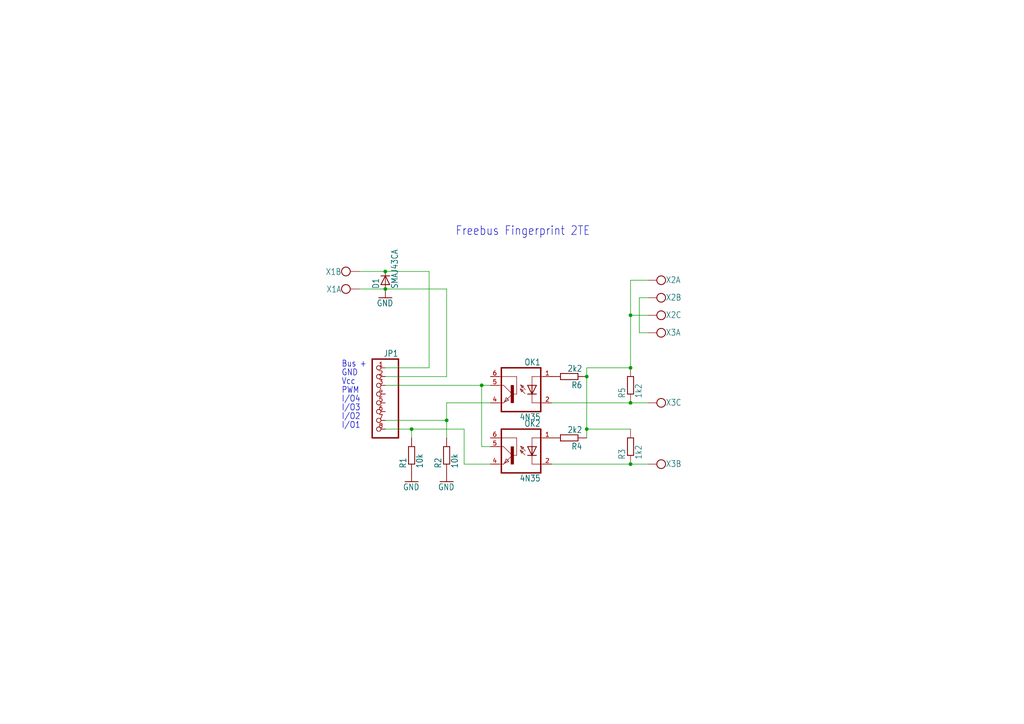
<source format=kicad_sch>
(kicad_sch (version 20230121) (generator eeschema)
  (paper "A4")
  (lib_symbols
    (symbol "fingerprint_2te-eagle-import:4N35"
      (property "Reference" "OK" (at -6.985 5.715 0))
      (symbol "4N35_1_0"
        (polyline (pts (xy -7.62 2.54) (xy -4.445 2.54)) (stroke (width 0.1524)))
        (polyline (pts (xy -6.985 -7.62) (xy 4.445 -7.62)) (stroke (width 0.4064)))
        (polyline (pts (xy -6.985 5.08) (xy -6.985 -7.62)) (stroke (width 0.4064)))
        (polyline (pts (xy -6.985 5.08) (xy 4.445 5.08)) (stroke (width 0.4064)))
        (polyline (pts (xy -4.445 -5.08) (xy -7.62 -5.08)) (stroke (width 0.1524)))
        (polyline (pts (xy -4.445 -2.54) (xy -5.715 -2.54)) (stroke (width 0.254)))
        (polyline (pts (xy -4.445 -2.54) (xy -5.715 0)) (stroke (width 0.254)))
        (polyline (pts (xy -4.445 -2.54) (xy -4.445 -5.08)) (stroke (width 0.1524)))
        (polyline (pts (xy -4.445 0) (xy -5.715 0)) (stroke (width 0.254)))
        (polyline (pts (xy -4.445 0) (xy -4.445 -2.54)) (stroke (width 0.254)))
        (polyline (pts (xy -4.445 2.54) (xy -4.445 0)) (stroke (width 0.1524)))
        (polyline (pts (xy -3.175 -2.54) (xy -4.445 -2.54)) (stroke (width 0.254)))
        (polyline (pts (xy -3.175 0) (xy -4.445 -2.54)) (stroke (width 0.254)))
        (polyline (pts (xy -3.175 0) (xy -4.445 0)) (stroke (width 0.254)))
        (polyline (pts (xy -2.54 -1.27) (xy -1.143 0.127)) (stroke (width 0.1524)))
        (polyline (pts (xy -2.413 -2.413) (xy -1.016 -1.016)) (stroke (width 0.1524)))
        (polyline (pts (xy -2.032 -0.254) (xy -1.524 -0.762)) (stroke (width 0.1524)))
        (polyline (pts (xy -1.905 -1.397) (xy -1.397 -1.905)) (stroke (width 0.1524)))
        (polyline (pts (xy -1.524 -0.762) (xy -1.143 0.127)) (stroke (width 0.1524)))
        (polyline (pts (xy -1.397 -1.905) (xy -1.016 -1.016)) (stroke (width 0.1524)))
        (polyline (pts (xy -1.143 0.127) (xy -2.032 -0.254)) (stroke (width 0.1524)))
        (polyline (pts (xy -1.016 -1.016) (xy -1.905 -1.397)) (stroke (width 0.1524)))
        (polyline (pts (xy 0 -2.54) (xy 0 2.54)) (stroke (width 0.1524)))
        (polyline (pts (xy 0 -2.54) (xy 1.016 -2.54)) (stroke (width 0.1524)))
        (polyline (pts (xy 0 2.54) (xy 5.08 2.54)) (stroke (width 0.1524)))
        (polyline (pts (xy 1.27 -2.54) (xy 3.556 -4.826)) (stroke (width 0.1524)))
        (polyline (pts (xy 2.286 -4.318) (xy 3.048 -3.556)) (stroke (width 0.1524)))
        (polyline (pts (xy 3.048 -3.556) (xy 3.556 -4.826)) (stroke (width 0.1524)))
        (polyline (pts (xy 3.556 -4.826) (xy 2.286 -4.318)) (stroke (width 0.1524)))
        (polyline (pts (xy 3.556 -4.826) (xy 3.81 -5.08)) (stroke (width 0.1524)))
        (polyline (pts (xy 3.81 -5.08) (xy 5.08 -5.08)) (stroke (width 0.1524)))
        (polyline (pts (xy 3.81 0) (xy 1.27 -2.54)) (stroke (width 0.1524)))
        (polyline (pts (xy 3.81 0) (xy 5.08 0)) (stroke (width 0.1524)))
        (polyline (pts (xy 4.445 5.08) (xy 4.445 -7.62)) (stroke (width 0.4064)))
        (rectangle (start 0.889 -5.08) (end 1.651 0) (fill (type outline)))
        (pin passive line (at -10.16 2.54 0) (length 2.54) (name "A") (number "1"))
        (pin passive line (at -10.16 -5.08 0) (length 2.54) (name "C") (number "2"))
        (pin passive line (at 7.62 -5.08 180) (length 2.54) (name "EMI") (number "4"))
        (pin passive line (at 7.62 0 180) (length 2.54) (name "COL") (number "5"))
        (pin passive line (at 7.62 2.54 180) (length 2.54) (name "BAS") (number "6"))
      )
    )
    (symbol "fingerprint_2te-eagle-import:D-"
      (property "Reference" "D" (at -2.54 1.778 0))
      (symbol "D-_1_0"
        (polyline (pts (xy -1.27 -1.27) (xy 1.27 0)) (stroke (width 0.254)))
        (polyline (pts (xy -1.27 1.27) (xy -1.27 -1.27)) (stroke (width 0.254)))
        (polyline (pts (xy 1.27 0) (xy -1.27 1.27)) (stroke (width 0.254)))
        (polyline (pts (xy 1.27 0) (xy 1.27 -1.27)) (stroke (width 0.254)))
        (polyline (pts (xy 1.27 1.27) (xy 1.27 0)) (stroke (width 0.254)))
        (pin passive line (at 2.54 0 180) (length 2.54) (name "C") (number "1"))
        (pin passive line (at -2.54 0 0) (length 2.54) (name "A") (number "2"))
      )
    )
    (symbol "fingerprint_2te-eagle-import:GND" (power)
      (property "Value" "GND" (at -2.54 -2.54 0))
      (symbol "GND_1_0"
        (polyline (pts (xy -1.905 0) (xy 1.905 0)) (stroke (width 0.254)))
        (pin power_in line (at 0 2.54 270) (length 2.54) (name "GND") (number "1"))
      )
    )
    (symbol "fingerprint_2te-eagle-import:PINHD-1X8"
      (property "Reference" "JP" (at -6.35 13.335 0))
      (symbol "PINHD-1X8_1_0"
        (polyline (pts (xy -6.35 -10.16) (xy 1.27 -10.16)) (stroke (width 0.4064)))
        (polyline (pts (xy -6.35 12.7) (xy -6.35 -10.16)) (stroke (width 0.4064)))
        (polyline (pts (xy 1.27 -10.16) (xy 1.27 12.7)) (stroke (width 0.4064)))
        (polyline (pts (xy 1.27 12.7) (xy -6.35 12.7)) (stroke (width 0.4064)))
        (pin passive inverted (at -2.54 10.16 0) (length 2.54) (name "1") (number "1"))
        (pin passive inverted (at -2.54 7.62 0) (length 2.54) (name "2") (number "2"))
        (pin passive inverted (at -2.54 5.08 0) (length 2.54) (name "3") (number "3"))
        (pin passive inverted (at -2.54 2.54 0) (length 2.54) (name "4") (number "4"))
        (pin passive inverted (at -2.54 0 0) (length 2.54) (name "5") (number "5"))
        (pin passive inverted (at -2.54 -2.54 0) (length 2.54) (name "6") (number "6"))
        (pin passive inverted (at -2.54 -5.08 0) (length 2.54) (name "7") (number "7"))
        (pin passive inverted (at -2.54 -7.62 0) (length 2.54) (name "8") (number "8"))
      )
    )
    (symbol "fingerprint_2te-eagle-import:R-EU_0207/10"
      (property "Reference" "R" (at -3.81 1.4986 0))
      (symbol "R-EU_0207/10_1_0"
        (polyline (pts (xy -2.54 -0.889) (xy -2.54 0.889)) (stroke (width 0.254)))
        (polyline (pts (xy -2.54 -0.889) (xy 2.54 -0.889)) (stroke (width 0.254)))
        (polyline (pts (xy 2.54 -0.889) (xy 2.54 0.889)) (stroke (width 0.254)))
        (polyline (pts (xy 2.54 0.889) (xy -2.54 0.889)) (stroke (width 0.254)))
        (pin passive line (at -5.08 0 0) (length 2.54) (name "1") (number "1"))
        (pin passive line (at 5.08 0 180) (length 2.54) (name "2") (number "2"))
      )
    )
    (symbol "fingerprint_2te-eagle-import:W237-02P"
      (property "Reference" "X" (at 0 0.889 0))
      (symbol "W237-02P_1_0"
        (circle (center 1.27 0) (radius 1.27) (stroke (width 0.254)))
        (pin passive line (at 5.08 0 180) (length 2.54) (name "KL") (number "1"))
      )
      (symbol "W237-02P_2_0"
        (circle (center 1.27 0) (radius 1.27) (stroke (width 0.254)))
        (pin passive line (at 5.08 0 180) (length 2.54) (name "KL") (number "2"))
      )
    )
    (symbol "fingerprint_2te-eagle-import:W237-3E"
      (property "Reference" "X" (at 0 0.889 0))
      (symbol "W237-3E_1_0"
        (circle (center 1.27 0) (radius 1.27) (stroke (width 0.254)))
        (pin passive line (at 5.08 0 180) (length 2.54) (name "KL") (number "1"))
      )
      (symbol "W237-3E_2_0"
        (circle (center 1.27 0) (radius 1.27) (stroke (width 0.254)))
        (pin passive line (at 5.08 0 180) (length 2.54) (name "KL") (number "2"))
      )
      (symbol "W237-3E_3_0"
        (circle (center 1.27 0) (radius 1.27) (stroke (width 0.254)))
        (pin passive line (at 5.08 0 180) (length 2.54) (name "KL") (number "3"))
      )
    )
  )
  (junction (at 139.7 111.76))
  (junction (at 129.54 121.92))
  (junction (at 182.88 106.68))
  (junction (at 182.88 116.84))
  (junction (at 111.76 78.74))
  (junction (at 111.76 83.82))
  (junction (at 119.38 124.46))
  (junction (at 170.18 124.46))
  (junction (at 170.18 109.22))
  (junction (at 182.88 91.44))
  (junction (at 182.88 134.62))
  (wire (pts (xy 142.24 134.62) (xy 134.62 134.62)) (stroke (width 0.1524)))
  (wire (pts (xy 187.96 86.36) (xy 185.42 86.36)) (stroke (width 0.1524)))
  (wire (pts (xy 111.76 78.74) (xy 124.46 78.74)) (stroke (width 0.1524)))
  (wire (pts (xy 182.88 116.84) (xy 160.02 116.84)) (stroke (width 0.1524)))
  (wire (pts (xy 119.38 124.46) (xy 119.38 127)) (stroke (width 0.1524)))
  (wire (pts (xy 129.54 109.22) (xy 111.76 109.22)) (stroke (width 0.1524)))
  (wire (pts (xy 111.76 124.46) (xy 119.38 124.46)) (stroke (width 0.1524)))
  (wire (pts (xy 129.54 121.92) (xy 129.54 116.84)) (stroke (width 0.1524)))
  (wire (pts (xy 187.96 116.84) (xy 182.88 116.84)) (stroke (width 0.1524)))
  (wire (pts (xy 139.7 111.76) (xy 111.76 111.76)) (stroke (width 0.1524)))
  (wire (pts (xy 170.18 124.46) (xy 170.18 109.22)) (stroke (width 0.1524)))
  (wire (pts (xy 142.24 129.54) (xy 139.7 129.54)) (stroke (width 0.1524)))
  (wire (pts (xy 182.88 81.28) (xy 182.88 91.44)) (stroke (width 0.1524)))
  (wire (pts (xy 124.46 106.68) (xy 111.76 106.68)) (stroke (width 0.1524)))
  (wire (pts (xy 182.88 106.68) (xy 182.88 91.44)) (stroke (width 0.1524)))
  (wire (pts (xy 170.18 106.68) (xy 182.88 106.68)) (stroke (width 0.1524)))
  (wire (pts (xy 182.88 91.44) (xy 187.96 91.44)) (stroke (width 0.1524)))
  (wire (pts (xy 124.46 78.74) (xy 124.46 106.68)) (stroke (width 0.1524)))
  (wire (pts (xy 185.42 96.52) (xy 187.96 96.52)) (stroke (width 0.1524)))
  (wire (pts (xy 182.88 134.62) (xy 160.02 134.62)) (stroke (width 0.1524)))
  (wire (pts (xy 129.54 116.84) (xy 142.24 116.84)) (stroke (width 0.1524)))
  (wire (pts (xy 187.96 81.28) (xy 182.88 81.28)) (stroke (width 0.1524)))
  (wire (pts (xy 185.42 86.36) (xy 185.42 96.52)) (stroke (width 0.1524)))
  (wire (pts (xy 182.88 124.46) (xy 170.18 124.46)) (stroke (width 0.1524)))
  (wire (pts (xy 170.18 124.46) (xy 170.18 127)) (stroke (width 0.1524)))
  (wire (pts (xy 104.14 83.82) (xy 111.76 83.82)) (stroke (width 0.1524)))
  (wire (pts (xy 170.18 109.22) (xy 170.18 106.68)) (stroke (width 0.1524)))
  (wire (pts (xy 134.62 124.46) (xy 119.38 124.46)) (stroke (width 0.1524)))
  (wire (pts (xy 104.14 78.74) (xy 111.76 78.74)) (stroke (width 0.1524)))
  (wire (pts (xy 129.54 83.82) (xy 111.76 83.82)) (stroke (width 0.1524)))
  (wire (pts (xy 129.54 121.92) (xy 129.54 127)) (stroke (width 0.1524)))
  (wire (pts (xy 111.76 121.92) (xy 129.54 121.92)) (stroke (width 0.1524)))
  (wire (pts (xy 139.7 129.54) (xy 139.7 111.76)) (stroke (width 0.1524)))
  (wire (pts (xy 187.96 134.62) (xy 182.88 134.62)) (stroke (width 0.1524)))
  (wire (pts (xy 142.24 111.76) (xy 139.7 111.76)) (stroke (width 0.1524)))
  (wire (pts (xy 134.62 134.62) (xy 134.62 124.46)) (stroke (width 0.1524)))
  (wire (pts (xy 129.54 109.22) (xy 129.54 83.82)) (stroke (width 0.1524)))
  (text "GND" (at 99.06 109.22 0) (effects (font (size 1.778 1.5113)) (justify left bottom)))
  (text "PWM" (at 99.06 114.3 0) (effects (font (size 1.778 1.5113)) (justify left bottom)))
  (text "Vcc" (at 99.06 111.76 0) (effects (font (size 1.778 1.5113)) (justify left bottom)))
  (text "I/O2" (at 99.06 121.92 0) (effects (font (size 1.778 1.5113)) (justify left bottom)))
  (text "Freebus Fingerprint 2TE" (at 132.08 68.58 0) (effects (font (size 2.54 2.159)) (justify left bottom)))
  (text "I/O4" (at 99.06 116.84 0) (effects (font (size 1.778 1.5113)) (justify left bottom)))
  (text "I/O3" (at 99.06 119.38 0) (effects (font (size 1.778 1.5113)) (justify left bottom)))
  (text "Bus +" (at 99.06 106.68 0) (effects (font (size 1.778 1.5113)) (justify left bottom)))
  (text "I/O1" (at 99.06 124.46 0) (effects (font (size 1.778 1.5113)) (justify left bottom)))
  (symbol (lib_id "fingerprint_2te-eagle-import:W237-3E") (at 193.04 81.28 180) (unit 1)
    (property "Reference" "X2" (at 193.04 82.169 0) (effects (font (size 1.778 1.5113)) (justify right top)))
    (property "Value" "W237-3E" (effects hide))
    (property "Footprint" "fingerprint_2te:W237-3E" (effects hide))
  )
  (symbol (lib_id "fingerprint_2te-eagle-import:D-") (at 111.76 81.28 90) (unit 1)
    (property "Reference" "D1" (at 109.982 83.82 0) (effects (font (size 1.778 1.5113)) (justify left bottom)))
    (property "Value" "SMAJ43CA" (at 115.443 83.82 0) (effects (font (size 1.778 1.5113)) (justify left bottom)))
    (property "Footprint" "fingerprint_2te:SMA" (effects hide))
  )
  (symbol (lib_id "fingerprint_2te-eagle-import:R-EU_0207/10") (at 165.1 109.22 180) (unit 1)
    (property "Reference" "R6" (at 168.91 110.7186 0) (effects (font (size 1.778 1.5113)) (justify left bottom)))
    (property "Value" "2k2" (at 168.91 105.918 0) (effects (font (size 1.778 1.5113)) (justify left bottom)))
    (property "Footprint" "fingerprint_2te:0207_10" (effects hide))
  )
  (symbol (lib_id "fingerprint_2te-eagle-import:GND") (at 129.54 139.7 0) (unit 1)
    (property "Reference" "#GND3" (effects hide))
    (property "Value" "GND" (at 127 142.24 0) (effects (font (size 1.778 1.5113)) (justify left bottom)))
  )
  (symbol (lib_id "fingerprint_2te-eagle-import:GND") (at 119.38 139.7 0) (unit 1)
    (property "Reference" "#GND1" (effects hide))
    (property "Value" "GND" (at 116.84 142.24 0) (effects (font (size 1.778 1.5113)) (justify left bottom)))
  )
  (symbol (lib_id "fingerprint_2te-eagle-import:W237-3E") (at 193.04 116.84 180) (unit 3)
    (property "Reference" "X3" (at 193.04 117.729 0) (effects (font (size 1.778 1.5113)) (justify right top)))
    (property "Value" "W237-3E" (effects hide))
    (property "Footprint" "fingerprint_2te:W237-3E" (effects hide))
  )
  (symbol (lib_id "fingerprint_2te-eagle-import:W237-3E") (at 193.04 96.52 180) (unit 1)
    (property "Reference" "X3" (at 193.04 97.409 0) (effects (font (size 1.778 1.5113)) (justify right top)))
    (property "Value" "W237-3E" (effects hide))
    (property "Footprint" "fingerprint_2te:W237-3E" (effects hide))
  )
  (symbol (lib_id "fingerprint_2te-eagle-import:R-EU_0207/10") (at 182.88 111.76 90) (unit 1)
    (property "Reference" "R5" (at 181.3814 115.57 0) (effects (font (size 1.778 1.5113)) (justify left bottom)))
    (property "Value" "1k2" (at 186.182 115.57 0) (effects (font (size 1.778 1.5113)) (justify left bottom)))
    (property "Footprint" "fingerprint_2te:0207_10" (effects hide))
  )
  (symbol (lib_id "fingerprint_2te-eagle-import:4N35") (at 149.86 129.54 0) (mirror y) (unit 1)
    (property "Reference" "OK2" (at 156.845 123.825 0) (effects (font (size 1.778 1.5113)) (justify left bottom)))
    (property "Value" "4N35" (at 156.845 139.7 0) (effects (font (size 1.778 1.5113)) (justify left bottom)))
    (property "Footprint" "fingerprint_2te:DIL06" (effects hide))
  )
  (symbol (lib_id "fingerprint_2te-eagle-import:4N35") (at 149.86 111.76 0) (mirror y) (unit 1)
    (property "Reference" "OK1" (at 156.845 106.045 0) (effects (font (size 1.778 1.5113)) (justify left bottom)))
    (property "Value" "4N35" (at 156.845 121.92 0) (effects (font (size 1.778 1.5113)) (justify left bottom)))
    (property "Footprint" "fingerprint_2te:DIL06" (effects hide))
  )
  (symbol (lib_id "fingerprint_2te-eagle-import:R-EU_0207/10") (at 129.54 132.08 90) (unit 1)
    (property "Reference" "R2" (at 128.0414 135.89 0) (effects (font (size 1.778 1.5113)) (justify left bottom)))
    (property "Value" "10k" (at 132.842 135.89 0) (effects (font (size 1.778 1.5113)) (justify left bottom)))
    (property "Footprint" "fingerprint_2te:0207_10" (effects hide))
  )
  (symbol (lib_id "fingerprint_2te-eagle-import:W237-3E") (at 193.04 91.44 180) (unit 3)
    (property "Reference" "X2" (at 193.04 92.329 0) (effects (font (size 1.778 1.5113)) (justify right top)))
    (property "Value" "W237-3E" (effects hide))
    (property "Footprint" "fingerprint_2te:W237-3E" (effects hide))
  )
  (symbol (lib_id "fingerprint_2te-eagle-import:W237-02P") (at 99.06 78.74 0) (unit 2)
    (property "Reference" "X1" (at 99.06 77.851 0) (effects (font (size 1.778 1.5113)) (justify right top)))
    (property "Value" "W237-02P" (effects hide))
    (property "Footprint" "fingerprint_2te:W237-132" (effects hide))
  )
  (symbol (lib_id "fingerprint_2te-eagle-import:GND") (at 111.76 86.36 0) (unit 1)
    (property "Reference" "#GND2" (effects hide))
    (property "Value" "GND" (at 109.22 88.9 0) (effects (font (size 1.778 1.5113)) (justify left bottom)))
  )
  (symbol (lib_id "fingerprint_2te-eagle-import:PINHD-1X8") (at 109.22 116.84 0) (mirror y) (unit 1)
    (property "Reference" "JP1" (at 115.57 103.505 0) (effects (font (size 1.778 1.5113)) (justify left bottom)))
    (property "Value" "PINHD-1X8" (effects hide))
    (property "Footprint" "fingerprint_2te:1X08" (effects hide))
  )
  (symbol (lib_id "fingerprint_2te-eagle-import:W237-3E") (at 193.04 134.62 180) (unit 2)
    (property "Reference" "X3" (at 193.04 135.509 0) (effects (font (size 1.778 1.5113)) (justify right top)))
    (property "Value" "W237-3E" (effects hide))
    (property "Footprint" "fingerprint_2te:W237-3E" (effects hide))
  )
  (symbol (lib_id "fingerprint_2te-eagle-import:R-EU_0207/10") (at 119.38 132.08 90) (unit 1)
    (property "Reference" "R1" (at 117.8814 135.89 0) (effects (font (size 1.778 1.5113)) (justify left bottom)))
    (property "Value" "10k" (at 122.682 135.89 0) (effects (font (size 1.778 1.5113)) (justify left bottom)))
    (property "Footprint" "fingerprint_2te:0207_10" (effects hide))
  )
  (symbol (lib_id "fingerprint_2te-eagle-import:W237-3E") (at 193.04 86.36 180) (unit 2)
    (property "Reference" "X2" (at 193.04 87.249 0) (effects (font (size 1.778 1.5113)) (justify right top)))
    (property "Value" "W237-3E" (effects hide))
    (property "Footprint" "fingerprint_2te:W237-3E" (effects hide))
  )
  (symbol (lib_id "fingerprint_2te-eagle-import:R-EU_0207/10") (at 165.1 127 180) (unit 1)
    (property "Reference" "R4" (at 168.91 128.4986 0) (effects (font (size 1.778 1.5113)) (justify left bottom)))
    (property "Value" "2k2" (at 168.91 123.698 0) (effects (font (size 1.778 1.5113)) (justify left bottom)))
    (property "Footprint" "fingerprint_2te:0207_10" (effects hide))
  )
  (symbol (lib_id "fingerprint_2te-eagle-import:R-EU_0207/10") (at 182.88 129.54 90) (unit 1)
    (property "Reference" "R3" (at 181.3814 133.35 0) (effects (font (size 1.778 1.5113)) (justify left bottom)))
    (property "Value" "1k2" (at 186.182 133.35 0) (effects (font (size 1.778 1.5113)) (justify left bottom)))
    (property "Footprint" "fingerprint_2te:0207_10" (effects hide))
  )
  (symbol (lib_id "fingerprint_2te-eagle-import:W237-02P") (at 99.06 83.82 0) (unit 1)
    (property "Reference" "X1" (at 99.06 82.931 0) (effects (font (size 1.778 1.5113)) (justify right top)))
    (property "Value" "W237-02P" (effects hide))
    (property "Footprint" "fingerprint_2te:W237-132" (effects hide))
  )
)
</source>
